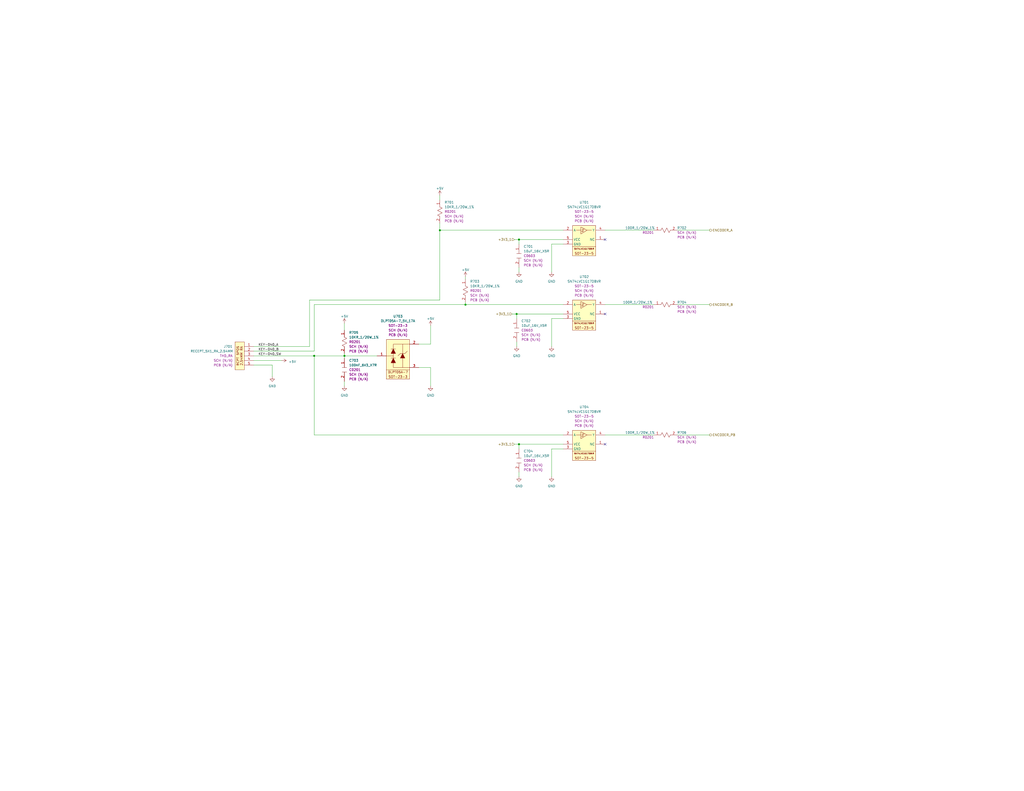
<source format=kicad_sch>
(kicad_sch (version 20230121) (generator eeschema)
  (paper "C")
  (title_block (title "Hot Plate") (date "09/15/2023") (rev "v1.0") (company "Mend0z0") (comment 1 "v1") (comment 2 "RELEASED") (comment 3 "Siavash Taher Parvar") (comment 8 "N/A"))
  (lib_symbols
    (symbol "_SCHLIB_HotPlate:CAP_CER_100nF_6V3_X7R_C0201"
      (property "Reference" "C" (at 2.54 5.08 0))
      (property "Value" "100nF_6V3_X7R" (at 2.54 7.62 0))
      (property "SCH CHECK" "SCH (N/A)" (at 2.54 33.02 0))
      (property "Package" "C0201" (at 2.54 35.56 0))
      (property "PCB CHECk" "PCB (N/A)" (at 2.54 30.48 0))
      (symbol "CAP_CER_100nF_6V3_X7R_C0201_0_0"
        (polyline (pts (xy 5.08 1.27) (xy 5.08 -1.27)))
        (polyline (pts (xy 7.62 1.27) (xy 7.62 -1.27)))
      )
      (symbol "CAP_CER_100nF_6V3_X7R_C0201_1_1"
        (pin passive line (at 0 0 0) (length 5.08) (name "") (number "1"))
        (pin passive line (at 12.7 0 180) (length 5.08) (name "") (number "2"))
      )
    )
    (symbol "_SCHLIB_HotPlate:CAP_CER_10uF_16V_X5R_C0603"
      (property "Reference" "C" (at 2.54 3.81 0))
      (property "Value" "10uF_16V_X5R" (at 2.54 6.35 0))
      (property "SCH CHECK" "SCH (N/A)" (at 2.54 31.75 0))
      (property "Package" "C0603" (at 2.54 34.29 0))
      (property "PCB CHECk" "PCB (N/A)" (at 2.54 29.21 0))
      (symbol "CAP_CER_10uF_16V_X5R_C0603_0_0"
        (polyline (pts (xy 5.08 1.27) (xy 5.08 -1.27)))
        (polyline (pts (xy 7.62 1.27) (xy 7.62 -1.27)))
      )
      (symbol "CAP_CER_10uF_16V_X5R_C0603_1_1"
        (pin passive line (at 0 0 0) (length 5.08) (name "") (number "1"))
        (pin passive line (at 12.7 0 180) (length 5.08) (name "") (number "2"))
      )
    )
    (symbol "_SCHLIB_HotPlate:CONN_RECEPT_5POS_RA_2.54MM"
      (property "Reference" "J" (at 2.54 2.54 0))
      (property "Value" "RECEPT_5X1_RA_2.54MM" (at 2.54 5.08 0))
      (property "SCH CHECK" "SCH (N/A)" (at 2.54 30.48 0))
      (property "Package" "THD_RA" (at 2.54 33.02 0))
      (property "PCB CHECk" "PCB (N/A)" (at 2.54 27.94 0))
      (symbol "CONN_RECEPT_5POS_RA_2.54MM_0_1"
        (rectangle (start 0 0) (end 5.08 -15.24) (fill (type background)))
        (text "RCPT 5POS\n2.54MM RA" (at 2.54 -7.62 900) (effects (font (size 1.27 1.27))))
      )
      (symbol "CONN_RECEPT_5POS_RA_2.54MM_1_1"
        (pin passive line (at -5.08 -2.54 0) (length 5.08) (name "") (number "1"))
        (pin passive line (at -5.08 -5.08 0) (length 5.08) (name "") (number "2"))
        (pin passive line (at -5.08 -7.62 0) (length 5.08) (name "") (number "3"))
        (pin passive line (at -5.08 -10.16 0) (length 5.08) (name "") (number "4"))
        (pin passive line (at -5.08 -12.7 0) (length 5.08) (name "") (number "5"))
      )
    )
    (symbol "_SCHLIB_HotPlate:DIODE_TVS_DLPT05A-7_5V_6V_17A(8/20us)_SOT_23"
      (property "Reference" "U" (at 2.54 3.81 0))
      (property "Value" "DLPT05A-7_5V_17A" (at 2.54 6.35 0))
      (property "SCH CHECK" "SCH (N/A)" (at 2.54 31.75 0))
      (property "Package" "SOT-23-3" (at 2.54 34.29 0))
      (property "PCB CHECk" "PCB (N/A)" (at 2.54 29.21 0))
      (symbol "DIODE_TVS_DLPT05A-7_5V_6V_17A(8/20us)_SOT_23_0_0"
        (text "DLPT05A-7" (at 6.35 -17.78 0) (effects (font (size 1.27 1.27))))
        (text "SOT-23-3" (at 6.35 -20.32 0) (effects (font (size 1.27 1.27))))
      )
      (symbol "DIODE_TVS_DLPT05A-7_5V_6V_17A(8/20us)_SOT_23_0_1"
        (polyline (pts (xy 0 -16.51) (xy 12.7 -16.51)))
        (polyline (pts (xy 7.62 -10.16) (xy 10.16 -10.16)))
        (polyline (pts (xy 8.89 -8.89) (xy 8.89 -10.16)))
        (polyline (pts (xy 8.89 -7.62) (xy 8.89 -8.89)))
        (polyline (pts (xy 10.16 -5.08) (xy 7.62 -5.08)))
        (polyline (pts (xy 12.7 -8.89) (xy 8.89 -8.89)))
        (polyline (pts (xy 0 -2.54) (xy 3.81 -2.54) (xy 3.81 -7.62)))
        (polyline (pts (xy 3.81 -10.16) (xy 3.81 -15.24) (xy 0 -15.24)))
        (polyline (pts (xy 8.89 -12.7) (xy 8.89 -15.24) (xy 3.81 -15.24)))
        (polyline (pts (xy 8.89 -5.08) (xy 8.89 -2.54) (xy 3.81 -2.54)))
        (polyline (pts (xy 2.54 -10.16) (xy 5.08 -10.16) (xy 3.81 -7.62) (xy 2.54 -10.16)) (fill (type outline)))
        (polyline (pts (xy 6.35 -8.89) (xy 5.08 -7.62) (xy 2.54 -7.62) (xy 1.27 -6.35)))
        (polyline (pts (xy 7.62 -12.7) (xy 10.16 -12.7) (xy 8.89 -10.16) (xy 7.62 -12.7)) (fill (type outline)))
        (polyline (pts (xy 7.62 -7.62) (xy 10.16 -7.62) (xy 8.89 -5.08) (xy 7.62 -7.62)) (fill (type outline)))
        (rectangle (start 0 0) (end 12.7 -21.59) (fill (type background)))
      )
      (symbol "DIODE_TVS_DLPT05A-7_5V_6V_17A(8/20us)_SOT_23_1_1"
        (pin passive line (at 17.78 -8.89 180) (length 5.08) (name "") (number "1"))
        (pin passive line (at -5.08 -2.54 0) (length 5.08) (name "") (number "2"))
        (pin passive line (at -5.08 -15.24 0) (length 5.08) (name "") (number "3"))
      )
    )
    (symbol "_SCHLIB_HotPlate:IC_BUFFER_SN74LVC1G17DBVR_NON-INV_5.5V_32mA_SOT-23-5"
      (property "Reference" "U" (at 2.54 3.81 0))
      (property "Value" "SN74LVC1G17DBVR" (at 2.54 6.35 0))
      (property "SCH CHECK" "SCH (N/A)" (at 2.54 31.75 0))
      (property "PCB CHECk" "PCB (N/A)" (at 2.54 29.21 0))
      (property "Package" "SOT-23-5" (at 2.54 34.29 0))
      (symbol "IC_BUFFER_SN74LVC1G17DBVR_NON-INV_5.5V_32mA_SOT-23-5_0_0"
        (text "SN74LVC1G17DBVR" (at 6.35 -12.7 0) (effects (font (size 0.762 0.762))))
        (text "SOT-23-5" (at 6.35 -15.24 0) (effects (font (size 1.27 1.27))))
      )
      (symbol "IC_BUFFER_SN74LVC1G17DBVR_NON-INV_5.5V_32mA_SOT-23-5_0_1"
        (polyline (pts (xy 0 -11.43) (xy 12.7 -11.43)))
        (polyline (pts (xy 4.572 -2.54) (xy 2.032 -2.54)))
        (polyline (pts (xy 7.874 -2.54) (xy 10.414 -2.54)))
        (polyline (pts (xy 5.334 -3.302) (xy 5.842 -3.302) (xy 5.842 -2.032)))
        (polyline (pts (xy 4.572 -0.762) (xy 4.572 -4.572) (xy 7.874 -2.54) (xy 4.572 -0.762)))
        (polyline (pts (xy 6.35 -2.032) (xy 5.334 -2.032) (xy 5.334 -3.302) (xy 4.826 -3.302)))
        (rectangle (start 0 0) (end 12.7 -16.51) (fill (type background)))
      )
      (symbol "IC_BUFFER_SN74LVC1G17DBVR_NON-INV_5.5V_32mA_SOT-23-5_1_1"
        (pin passive line (at 17.78 -7.62 180) (length 5.08) (name "NC") (number "1"))
        (pin passive line (at -5.08 -2.54 0) (length 5.08) (name "A") (number "2"))
        (pin passive line (at -5.08 -10.16 0) (length 5.08) (name "GND") (number "3"))
        (pin passive line (at 17.78 -2.54 180) (length 5.08) (name "Y") (number "4"))
        (pin passive line (at -5.08 -7.62 0) (length 5.08) (name "VCC") (number "5"))
      )
    )
    (symbol "_SCHLIB_HotPlate:RES_100R_1/20W_1%_R0201"
      (property "Reference" "R" (at 2.54 3.81 0))
      (property "Value" "100R_1/20W_1%" (at 2.54 6.35 0))
      (property "SCH CHECK" "SCH (N/A)" (at 2.54 31.75 0))
      (property "Package" "R0201" (at 2.54 34.29 0))
      (property "PCB CHECk" "PCB (N/A)" (at 2.54 29.21 0))
      (symbol "RES_100R_1/20W_1%_R0201_0_0"
        (polyline (pts (xy 3.81 0) (xy 4.445 1.27) (xy 5.715 -1.27) (xy 6.985 1.27) (xy 8.255 -1.27) (xy 8.89 0)))
      )
      (symbol "RES_100R_1/20W_1%_R0201_1_1"
        (pin passive line (at 0 0 0) (length 3.81) (name "") (number "1"))
        (pin passive line (at 12.7 0 180) (length 3.81) (name "") (number "2"))
      )
    )
    (symbol "_SCHLIB_HotPlate:RES_10KR_1/20W_1%_R0201"
      (property "Reference" "R" (at 2.54 5.08 0))
      (property "Value" "10KR_1/20W_1%" (at 2.54 7.62 0))
      (property "SCH CHECK" "SCH (N/A)" (at 2.54 33.02 0))
      (property "Package" "R0201" (at 2.54 35.56 0))
      (property "PCB CHECk" "PCB (N/A)" (at 2.54 30.48 0))
      (symbol "RES_10KR_1/20W_1%_R0201_0_0"
        (polyline (pts (xy 3.81 0) (xy 4.445 1.27) (xy 5.715 -1.27) (xy 6.985 1.27) (xy 8.255 -1.27) (xy 8.89 0)))
      )
      (symbol "RES_10KR_1/20W_1%_R0201_1_1"
        (pin passive line (at 0 0 0) (length 3.81) (name "") (number "1"))
        (pin passive line (at 12.7 0 180) (length 3.81) (name "") (number "2"))
      )
    )
    (symbol "power:+5V" (power) (pin_names (offset 0))
      (property "Value" "+5V" (at 0 3.556 0))
      (symbol "+5V_0_1"
        (polyline (pts (xy -0.762 1.27) (xy 0 2.54)))
        (polyline (pts (xy 0 0) (xy 0 2.54)))
        (polyline (pts (xy 0 2.54) (xy 0.762 1.27)))
      )
      (symbol "+5V_1_1"
        (pin power_in line (at 0 0 90) (length 0) hide (name "+5V") (number "1"))
      )
    )
    (symbol "power:GND" (power) (pin_names (offset 0))
      (property "Value" "GND" (at 0 -3.81 0))
      (symbol "GND_0_1"
        (polyline (pts (xy 0 0) (xy 0 -1.27) (xy 1.27 -1.27) (xy 0 -2.54) (xy -1.27 -1.27) (xy 0 -1.27)))
      )
      (symbol "GND_1_1"
        (pin power_in line (at 0 0 270) (length 0) hide (name "GND") (number "1"))
      )
    )
  )
  (junction (at 254 166.37))
  (junction (at 281.94 171.45))
  (junction (at 171.45 194.31))
  (junction (at 283.21 130.81))
  (junction (at 240.03 125.73))
  (junction (at 283.21 242.57))
  (junction (at 187.96 194.31))
  (no_connect (at 330.2 242.57))
  (no_connect (at 330.2 130.81))
  (no_connect (at 330.2 171.45))
  (wire (pts (xy 283.21 130.81) (xy 307.34 130.81)))
  (wire (pts (xy 307.34 173.99) (xy 300.99 173.99)))
  (wire (pts (xy 254 166.37) (xy 307.34 166.37)))
  (wire (pts (xy 187.96 193.04) (xy 187.96 194.31)))
  (wire (pts (xy 148.59 199.39) (xy 148.59 205.74)))
  (wire (pts (xy 228.6 200.66) (xy 234.95 200.66)))
  (wire (pts (xy 153.67 196.85) (xy 138.43 196.85)))
  (wire (pts (xy 240.03 106.68) (xy 240.03 109.22)))
  (wire (pts (xy 171.45 237.49) (xy 307.34 237.49)))
  (wire (pts (xy 234.95 200.66) (xy 234.95 210.82)))
  (wire (pts (xy 187.96 194.31) (xy 187.96 195.58)))
  (wire (pts (xy 300.99 245.11) (xy 300.99 260.35)))
  (wire (pts (xy 187.96 208.28) (xy 187.96 210.82)))
  (wire (pts (xy 283.21 242.57) (xy 283.21 245.11)))
  (wire (pts (xy 330.2 237.49) (xy 356.87 237.49)))
  (wire (pts (xy 168.91 163.83) (xy 240.03 163.83)))
  (wire (pts (xy 369.57 237.49) (xy 387.35 237.49)))
  (wire (pts (xy 283.21 242.57) (xy 307.34 242.57)))
  (wire (pts (xy 300.99 133.35) (xy 300.99 148.59)))
  (wire (pts (xy 279.4 171.45) (xy 281.94 171.45)))
  (wire (pts (xy 171.45 191.77) (xy 171.45 166.37)))
  (wire (pts (xy 234.95 177.8) (xy 234.95 187.96)))
  (wire (pts (xy 369.57 125.73) (xy 387.35 125.73)))
  (wire (pts (xy 330.2 166.37) (xy 356.87 166.37)))
  (wire (pts (xy 138.43 189.23) (xy 168.91 189.23)))
  (wire (pts (xy 240.03 163.83) (xy 240.03 125.73)))
  (wire (pts (xy 283.21 148.59) (xy 283.21 146.05)))
  (wire (pts (xy 369.57 166.37) (xy 387.35 166.37)))
  (wire (pts (xy 171.45 194.31) (xy 171.45 237.49)))
  (wire (pts (xy 281.94 189.23) (xy 281.94 186.69)))
  (wire (pts (xy 280.67 242.57) (xy 283.21 242.57)))
  (wire (pts (xy 168.91 189.23) (xy 168.91 163.83)))
  (wire (pts (xy 234.95 187.96) (xy 228.6 187.96)))
  (wire (pts (xy 240.03 125.73) (xy 307.34 125.73)))
  (wire (pts (xy 240.03 121.92) (xy 240.03 125.73)))
  (wire (pts (xy 307.34 133.35) (xy 300.99 133.35)))
  (wire (pts (xy 300.99 173.99) (xy 300.99 189.23)))
  (wire (pts (xy 283.21 130.81) (xy 283.21 133.35)))
  (wire (pts (xy 187.96 194.31) (xy 205.74 194.31)))
  (wire (pts (xy 254 165.1) (xy 254 166.37)))
  (wire (pts (xy 138.43 191.77) (xy 171.45 191.77)))
  (wire (pts (xy 330.2 125.73) (xy 356.87 125.73)))
  (wire (pts (xy 138.43 194.31) (xy 171.45 194.31)))
  (wire (pts (xy 171.45 194.31) (xy 187.96 194.31)))
  (wire (pts (xy 171.45 166.37) (xy 254 166.37)))
  (wire (pts (xy 281.94 171.45) (xy 307.34 171.45)))
  (wire (pts (xy 307.34 245.11) (xy 300.99 245.11)))
  (wire (pts (xy 254 151.13) (xy 254 152.4)))
  (wire (pts (xy 280.67 130.81) (xy 283.21 130.81)))
  (wire (pts (xy 281.94 171.45) (xy 281.94 173.99)))
  (wire (pts (xy 187.96 176.53) (xy 187.96 180.34)))
  (wire (pts (xy 283.21 260.35) (xy 283.21 257.81)))
  (wire (pts (xy 138.43 199.39) (xy 148.59 199.39)))
  (label "KEY-040_B" (at 140.97 191.77 0))
  (label "KEY-040_A" (at 140.97 189.23 0))
  (label "KEY-040_SW" (at 140.97 194.31 0))
  (hierarchical_label "+3V3_1" (shape input) (at 280.67 130.81 180))
  (hierarchical_label "ENCODER_B" (shape output) (at 387.35 166.37 0))
  (hierarchical_label "+3V3_1" (shape input) (at 279.4 171.45 180))
  (hierarchical_label "ENCODER_A" (shape output) (at 387.35 125.73 0))
  (hierarchical_label "ENCODER_PB" (shape output) (at 387.35 237.49 0))
  (hierarchical_label "+3V3_1" (shape input) (at 280.67 242.57 180))
  (symbol (lib_id "_SCHLIB_HotPlate:RES_10KR_1/20W_1%_R0201") (at 187.96 180.34 270) (unit 1)
    (property "Reference" "R705" (at 190.5 181.61 90) (effects (justify left)))
    (property "Value" "10KR_1/20W_1%" (at 190.5 184.15 90) (effects (justify left)))
    (property "Footprint" "Resistor_SMD:R_0201_0603Metric" (effects hide))
    (property "Datasheet" "https://www.seielect.com/Catalog/SEI-RMCF_RMCP.pdf" (effects hide))
    (property "Description" "10 kOhms ±1% 0.05W, 1/20W Chip Resistor 0201 (0603 Metric) Thick Film" (effects hide))
    (property "Link" "https://www.digikey.ca/en/products/detail/stackpole-electronics-inc/RMCF0201FT10K0/1714990" (effects hide))
    (property "SCH CHECK" "SCH (N/A)" (at 190.5 189.23 90) (effects (justify left)))
    (property "Package" "R0201" (at 190.5 186.69 90) (effects (justify left)))
    (property "Part Number (Manufacturer)" "RMCF0201FT10K0" (effects hide))
    (property "Manufacturer" "Stackpole Electronics Inc" (effects hide))
    (property "Part Number (Vendor)" "RMCF0201FT10K0TR-ND" (effects hide))
    (property "Vendor" "Digikey" (effects hide))
    (property "PCB CHECk" "PCB (N/A)" (at 190.5 191.77 90) (effects (justify left)))
  )
  (symbol (lib_id "_SCHLIB_HotPlate:IC_BUFFER_SN74LVC1G17DBVR_NON-INV_5.5V_32mA_SOT-23-5") (at 312.42 234.95 0) (unit 1)
    (property "Reference" "U704" (at 318.77 222.25 0))
    (property "Value" "SN74LVC1G17DBVR" (at 318.77 224.79 0))
    (property "Footprint" "Package_TO_SOT_SMD:SOT-23-5" (effects hide))
    (property "Datasheet" "https://www.ti.com/general/docs/suppproductinfo.tsp?distId=10&gotoUrl=https%3A%2F%2Fwww.ti.com%2Flit%2Fgpn%2Fsn74lvc1g17" (effects hide))
    (property "Description" "Buffer, Non-Inverting 1 Element 1 Bit per Element Push-Pull Output SOT-23-5" (effects hide))
    (property "Link" "https://www.digikey.ca/en/products/detail/texas-instruments/SN74LVC1G17DBVR/389051" (effects hide))
    (property "SCH CHECK" "SCH (N/A)" (at 318.77 229.87 0))
    (property "Part Number (Manufacturer)" "SN74LVC1G17DBVR" (effects hide))
    (property "Manufacturer" "Texas Instruments" (effects hide))
    (property "Part Number (Vendor)" "296-11933-2-ND" (effects hide))
    (property "Vendor" "Digikey" (effects hide))
    (property "PCB CHECk" "PCB (N/A)" (at 318.77 232.41 0))
    (property "Package" "SOT-23-5" (at 318.77 227.33 0))
  )
  (symbol (lib_id "_SCHLIB_HotPlate:IC_BUFFER_SN74LVC1G17DBVR_NON-INV_5.5V_32mA_SOT-23-5") (at 312.42 123.19 0) (unit 1)
    (property "Reference" "U701" (at 318.77 110.49 0))
    (property "Value" "SN74LVC1G17DBVR" (at 318.77 113.03 0))
    (property "Footprint" "Package_TO_SOT_SMD:SOT-23-5" (effects hide))
    (property "Datasheet" "https://www.ti.com/general/docs/suppproductinfo.tsp?distId=10&gotoUrl=https%3A%2F%2Fwww.ti.com%2Flit%2Fgpn%2Fsn74lvc1g17" (effects hide))
    (property "Description" "Buffer, Non-Inverting 1 Element 1 Bit per Element Push-Pull Output SOT-23-5" (effects hide))
    (property "Link" "https://www.digikey.ca/en/products/detail/texas-instruments/SN74LVC1G17DBVR/389051" (effects hide))
    (property "SCH CHECK" "SCH (N/A)" (at 318.77 118.11 0))
    (property "Part Number (Manufacturer)" "SN74LVC1G17DBVR" (effects hide))
    (property "Manufacturer" "Texas Instruments" (effects hide))
    (property "Part Number (Vendor)" "296-11933-2-ND" (effects hide))
    (property "Vendor" "Digikey" (effects hide))
    (property "PCB CHECk" "PCB (N/A)" (at 318.77 120.65 0))
    (property "Package" "SOT-23-5" (at 318.77 115.57 0))
  )
  (symbol (lib_id "power:GND") (at 300.99 260.35 0) (unit 1)
    (property "Reference" "#PWR0714" (effects hide))
    (property "Value" "GND" (at 300.99 265.43 0))
  )
  (symbol (lib_id "_SCHLIB_HotPlate:CAP_CER_100nF_6V3_X7R_C0201") (at 187.96 195.58 270) (unit 1)
    (property "Reference" "C703" (at 190.5 196.85 90) (effects (justify left)))
    (property "Value" "100nF_6V3_X7R" (at 190.5 199.39 90) (effects (justify left)))
    (property "Footprint" "Capacitor_SMD:C_0201_0603Metric" (effects hide))
    (property "Datasheet" "https://www.yageo.com/upload/media/product/productsearch/datasheet/mlcc/UPY-GPHC_X7R_6.3V-to-250V_22.pdf" (effects hide))
    (property "Description" "0.1 µF ±10% 6.3V Ceramic Capacitor X7R 0201 (0603 Metric)" (effects hide))
    (property "Link" "https://www.digikey.ca/en/products/detail/yageo/CC0201KRX7R5BB104/12698853" (effects hide))
    (property "SCH CHECK" "SCH (N/A)" (at 190.5 204.47 90) (effects (justify left)))
    (property "Package" "C0201" (at 190.5 201.93 90) (effects (justify left)))
    (property "Part Number (Manufacturer)" "CC0201KRX7R5BB104" (effects hide))
    (property "Manufacturer" "YAGEO" (effects hide))
    (property "Part Number (Vendor)" "13-CC0201KRX7R5BB104TR-ND" (effects hide))
    (property "Vendor" "Digikey" (effects hide))
    (property "PCB CHECk" "PCB (N/A)" (at 190.5 207.01 90) (effects (justify left)))
  )
  (symbol (lib_id "power:GND") (at 148.59 205.74 0) (unit 1)
    (property "Reference" "#PWR0710" (effects hide))
    (property "Value" "GND" (at 148.59 210.82 0))
  )
  (symbol (lib_id "_SCHLIB_HotPlate:DIODE_TVS_DLPT05A-7_5V_6V_17A(8/20us)_SOT_23") (at 223.52 185.42 0) (mirror y) (unit 1)
    (property "Reference" "U703" (at 217.17 172.72 0))
    (property "Value" "DLPT05A-7_5V_17A" (at 217.17 175.26 0))
    (property "Footprint" "Package_TO_SOT_SMD:SOT-23" (effects hide))
    (property "Datasheet" "https://mm.digikey.com/Volume0/opasdata/d220001/medias/docus/4176/DLPT05A_Rev2-2_Nov2022.pdf" (effects hide))
    (property "Description" "9.8V Clamp 17A (8/20µs) Ipp Tvs Diode Surface Mount SOT-23-3" (effects hide))
    (property "Link" "https://www.digikey.ca/en/products/detail/diodes-incorporated/DLPT05A-7/17050612" (effects hide))
    (property "SCH CHECK" "SCH (N/A)" (at 217.17 180.34 0))
    (property "Part Number (Manufacturer)" "DLPT05A-7" (effects hide))
    (property "Package" "SOT-23-3" (at 217.17 177.8 0))
    (property "Manufacturer" "Diodes Incorporated" (effects hide))
    (property "Part Number (Vendor)" "31-DLPT05A-7TR-ND" (effects hide))
    (property "Vendor" "Digikey" (effects hide))
    (property "PCB CHECk" "PCB (N/A)" (at 217.17 182.88 0))
  )
  (symbol (lib_id "power:+5V") (at 187.96 176.53 0) (unit 1)
    (property "Reference" "#PWR0705" (effects hide))
    (property "Value" "+5V" (at 187.96 172.72 0))
  )
  (symbol (lib_id "_SCHLIB_HotPlate:RES_100R_1/20W_1%_R0201") (at 356.87 237.49 0) (unit 1)
    (property "Reference" "R706" (at 372.11 236.22 0))
    (property "Value" "100R_1/20W_1%" (at 349.25 236.22 0))
    (property "Footprint" "Resistor_SMD:R_0201_0603Metric" (effects hide))
    (property "Datasheet" "https://www.seielect.com/Catalog/SEI-RMCF_RMCP.pdf" (effects hide))
    (property "Description" "100 Ohms ±1% 0.05W, 1/20W Chip Resistor 0201 (0603 Metric) Thick Film" (effects hide))
    (property "Link" "https://www.digikey.ca/en/products/detail/stackpole-electronics-inc/RMCF0201FT100R/1714988" (effects hide))
    (property "SCH CHECK" "SCH (N/A)" (at 369.57 238.76 0) (effects (justify left)))
    (property "Package" "R0201" (at 350.52 238.76 0) (effects (justify left)))
    (property "Part Number (Manufacturer)" "RMCF0201FT100R" (effects hide))
    (property "Manufacturer" "Stackpole Electronics Inc" (effects hide))
    (property "Part Number (Vendor)" "RMCF0201FT100RTR-ND" (effects hide))
    (property "Vendor" "Digikey" (effects hide))
    (property "PCB CHECk" "PCB (N/A)" (at 369.57 241.3 0) (effects (justify left)))
  )
  (symbol (lib_id "_SCHLIB_HotPlate:CAP_CER_10uF_16V_X5R_C0603") (at 283.21 245.11 270) (unit 1)
    (property "Reference" "C704" (at 285.75 246.38 90) (effects (justify left)))
    (property "Value" "10uF_16V_X5R" (at 285.75 248.92 90) (effects (justify left)))
    (property "Footprint" "Capacitor_SMD:C_0603_1608Metric" (effects hide))
    (property "Datasheet" "https://search.murata.co.jp/Ceramy/image/img/A01X/G101/ENG/GRT188R61C106KE13-01.pdf" (effects hide))
    (property "Description" "10 µF ±10% 16V Ceramic Capacitor X5R 0603 (1608 Metric)" (effects hide))
    (property "Link" "https://www.digikey.ca/en/products/detail/murata-electronics/GRT188R61C106KE13J/13904802" (effects hide))
    (property "SCH CHECK" "SCH (N/A)" (at 285.75 254 90) (effects (justify left)))
    (property "Package" "C0603" (at 285.75 251.46 90) (effects (justify left)))
    (property "Part Number (Manufacturer)" "GRT188R61C106KE13J" (effects hide))
    (property "Manufacturer" "Murata Electronics" (effects hide))
    (property "Part Number (Vendor)" "490-GRT188R61C106KE13JTR-ND" (effects hide))
    (property "Vendor" "Digikey" (effects hide))
    (property "PCB CHECk" "PCB (N/A)" (at 285.75 256.54 90) (effects (justify left)))
  )
  (symbol (lib_id "_SCHLIB_HotPlate:RES_10KR_1/20W_1%_R0201") (at 240.03 109.22 270) (unit 1)
    (property "Reference" "R701" (at 242.57 110.49 90) (effects (justify left)))
    (property "Value" "10KR_1/20W_1%" (at 242.57 113.03 90) (effects (justify left)))
    (property "Footprint" "Resistor_SMD:R_0201_0603Metric" (effects hide))
    (property "Datasheet" "https://www.seielect.com/Catalog/SEI-RMCF_RMCP.pdf" (effects hide))
    (property "Description" "10 kOhms ±1% 0.05W, 1/20W Chip Resistor 0201 (0603 Metric) Thick Film" (effects hide))
    (property "Link" "https://www.digikey.ca/en/products/detail/stackpole-electronics-inc/RMCF0201FT10K0/1714990" (effects hide))
    (property "SCH CHECK" "SCH (N/A)" (at 242.57 118.11 90) (effects (justify left)))
    (property "Package" "R0201" (at 242.57 115.57 90) (effects (justify left)))
    (property "Part Number (Manufacturer)" "RMCF0201FT10K0" (effects hide))
    (property "Manufacturer" "Stackpole Electronics Inc" (effects hide))
    (property "Part Number (Vendor)" "RMCF0201FT10K0TR-ND" (effects hide))
    (property "Vendor" "Digikey" (effects hide))
    (property "PCB CHECk" "PCB (N/A)" (at 242.57 120.65 90) (effects (justify left)))
  )
  (symbol (lib_id "power:+5V") (at 234.95 177.8 0) (unit 1)
    (property "Reference" "#PWR0706" (effects hide))
    (property "Value" "+5V" (at 234.95 173.99 0))
  )
  (symbol (lib_id "power:GND") (at 283.21 148.59 0) (unit 1)
    (property "Reference" "#PWR0702" (effects hide))
    (property "Value" "GND" (at 283.21 153.67 0))
  )
  (symbol (lib_id "power:+5V") (at 153.67 196.85 270) (unit 1)
    (property "Reference" "#PWR0709" (effects hide))
    (property "Value" "+5V" (at 157.48 197.485 90) (effects (justify left)))
  )
  (symbol (lib_id "_SCHLIB_HotPlate:CAP_CER_10uF_16V_X5R_C0603") (at 281.94 173.99 270) (unit 1)
    (property "Reference" "C702" (at 284.48 175.26 90) (effects (justify left)))
    (property "Value" "10uF_16V_X5R" (at 284.48 177.8 90) (effects (justify left)))
    (property "Footprint" "Capacitor_SMD:C_0603_1608Metric" (effects hide))
    (property "Datasheet" "https://search.murata.co.jp/Ceramy/image/img/A01X/G101/ENG/GRT188R61C106KE13-01.pdf" (effects hide))
    (property "Description" "10 µF ±10% 16V Ceramic Capacitor X5R 0603 (1608 Metric)" (effects hide))
    (property "Link" "https://www.digikey.ca/en/products/detail/murata-electronics/GRT188R61C106KE13J/13904802" (effects hide))
    (property "SCH CHECK" "SCH (N/A)" (at 284.48 182.88 90) (effects (justify left)))
    (property "Package" "C0603" (at 284.48 180.34 90) (effects (justify left)))
    (property "Part Number (Manufacturer)" "GRT188R61C106KE13J" (effects hide))
    (property "Manufacturer" "Murata Electronics" (effects hide))
    (property "Part Number (Vendor)" "490-GRT188R61C106KE13JTR-ND" (effects hide))
    (property "Vendor" "Digikey" (effects hide))
    (property "PCB CHECk" "PCB (N/A)" (at 284.48 185.42 90) (effects (justify left)))
  )
  (symbol (lib_id "_SCHLIB_HotPlate:CAP_CER_10uF_16V_X5R_C0603") (at 283.21 133.35 270) (unit 1)
    (property "Reference" "C701" (at 285.75 134.62 90) (effects (justify left)))
    (property "Value" "10uF_16V_X5R" (at 285.75 137.16 90) (effects (justify left)))
    (property "Footprint" "Capacitor_SMD:C_0603_1608Metric" (effects hide))
    (property "Datasheet" "https://search.murata.co.jp/Ceramy/image/img/A01X/G101/ENG/GRT188R61C106KE13-01.pdf" (effects hide))
    (property "Description" "10 µF ±10% 16V Ceramic Capacitor X5R 0603 (1608 Metric)" (effects hide))
    (property "Link" "https://www.digikey.ca/en/products/detail/murata-electronics/GRT188R61C106KE13J/13904802" (effects hide))
    (property "SCH CHECK" "SCH (N/A)" (at 285.75 142.24 90) (effects (justify left)))
    (property "Package" "C0603" (at 285.75 139.7 90) (effects (justify left)))
    (property "Part Number (Manufacturer)" "GRT188R61C106KE13J" (effects hide))
    (property "Manufacturer" "Murata Electronics" (effects hide))
    (property "Part Number (Vendor)" "490-GRT188R61C106KE13JTR-ND" (effects hide))
    (property "Vendor" "Digikey" (effects hide))
    (property "PCB CHECk" "PCB (N/A)" (at 285.75 144.78 90) (effects (justify left)))
  )
  (symbol (lib_id "power:+5V") (at 254 151.13 0) (unit 1)
    (property "Reference" "#PWR0704" (effects hide))
    (property "Value" "+5V" (at 254 147.32 0))
  )
  (symbol (lib_id "_SCHLIB_HotPlate:RES_100R_1/20W_1%_R0201") (at 356.87 166.37 0) (unit 1)
    (property "Reference" "R704" (at 372.11 165.1 0))
    (property "Value" "100R_1/20W_1%" (at 347.98 165.1 0))
    (property "Footprint" "Resistor_SMD:R_0201_0603Metric" (effects hide))
    (property "Datasheet" "https://www.seielect.com/Catalog/SEI-RMCF_RMCP.pdf" (effects hide))
    (property "Description" "100 Ohms ±1% 0.05W, 1/20W Chip Resistor 0201 (0603 Metric) Thick Film" (effects hide))
    (property "Link" "https://www.digikey.ca/en/products/detail/stackpole-electronics-inc/RMCF0201FT100R/1714988" (effects hide))
    (property "SCH CHECK" "SCH (N/A)" (at 369.57 167.64 0) (effects (justify left)))
    (property "Package" "R0201" (at 350.52 167.64 0) (effects (justify left)))
    (property "Part Number (Manufacturer)" "RMCF0201FT100R" (effects hide))
    (property "Manufacturer" "Stackpole Electronics Inc" (effects hide))
    (property "Part Number (Vendor)" "RMCF0201FT100RTR-ND" (effects hide))
    (property "Vendor" "Digikey" (effects hide))
    (property "PCB CHECk" "PCB (N/A)" (at 369.57 170.18 0) (effects (justify left)))
  )
  (symbol (lib_id "power:GND") (at 283.21 260.35 0) (unit 1)
    (property "Reference" "#PWR0713" (effects hide))
    (property "Value" "GND" (at 283.21 265.43 0))
  )
  (symbol (lib_id "power:GND") (at 300.99 148.59 0) (unit 1)
    (property "Reference" "#PWR0703" (effects hide))
    (property "Value" "GND" (at 300.99 153.67 0))
  )
  (symbol (lib_id "power:+5V") (at 240.03 106.68 0) (unit 1)
    (property "Reference" "#PWR0701" (effects hide))
    (property "Value" "+5V" (at 240.03 102.87 0))
  )
  (symbol (lib_id "_SCHLIB_HotPlate:CONN_RECEPT_5POS_RA_2.54MM") (at 133.35 186.69 0) (mirror y) (unit 1)
    (property "Reference" "J701" (at 124.46 189.23 0))
    (property "Value" "RECEPT_5X1_RA_2.54MM" (at 115.57 191.77 0))
    (property "Footprint" "Connector_PinSocket_2.54mm:PinSocket_1x05_P2.54mm_Horizontal" (effects hide))
    (property "Datasheet" "http://mm.digikey.com/Volume0/opasdata/d220001/medias/docus/937/Female_Headers.100_DS.pdf" (effects hide))
    (property "Description" "5 Position Header Connector 0.100\" (2.54mm) Through Hole, Right Angle Tin" (effects hide))
    (property "Link" "https://www.digikey.ca/en/products/detail/sullins-connector-solutions/PPTC051LGBN-RC/775899" (effects hide))
    (property "SCH CHECK" "SCH (N/A)" (at 127 196.85 0) (effects (justify left)))
    (property "Part Number (Manufacturer)" "PPTC051LGBN-RC" (effects hide))
    (property "Package" "THD_RA" (at 127 194.31 0) (effects (justify left)))
    (property "Manufacturer" "Sullins Connector Solutions" (effects hide))
    (property "Part Number (Vendor)" "S5441-ND" (effects hide))
    (property "Vendor" "Digikey" (effects hide))
    (property "PCB CHECk" "PCB (N/A)" (at 127 199.39 0) (effects (justify left)))
  )
  (symbol (lib_id "power:GND") (at 187.96 210.82 0) (unit 1)
    (property "Reference" "#PWR0711" (effects hide))
    (property "Value" "GND" (at 187.96 215.9 0))
  )
  (symbol (lib_id "power:GND") (at 281.94 189.23 0) (unit 1)
    (property "Reference" "#PWR0707" (effects hide))
    (property "Value" "GND" (at 281.94 194.31 0))
  )
  (symbol (lib_id "_SCHLIB_HotPlate:IC_BUFFER_SN74LVC1G17DBVR_NON-INV_5.5V_32mA_SOT-23-5") (at 312.42 163.83 0) (unit 1)
    (property "Reference" "U702" (at 318.77 151.13 0))
    (property "Value" "SN74LVC1G17DBVR" (at 318.77 153.67 0))
    (property "Footprint" "Package_TO_SOT_SMD:SOT-23-5" (effects hide))
    (property "Datasheet" "https://www.ti.com/general/docs/suppproductinfo.tsp?distId=10&gotoUrl=https%3A%2F%2Fwww.ti.com%2Flit%2Fgpn%2Fsn74lvc1g17" (effects hide))
    (property "Description" "Buffer, Non-Inverting 1 Element 1 Bit per Element Push-Pull Output SOT-23-5" (effects hide))
    (property "Link" "https://www.digikey.ca/en/products/detail/texas-instruments/SN74LVC1G17DBVR/389051" (effects hide))
    (property "SCH CHECK" "SCH (N/A)" (at 318.77 158.75 0))
    (property "Part Number (Manufacturer)" "SN74LVC1G17DBVR" (effects hide))
    (property "Manufacturer" "Texas Instruments" (effects hide))
    (property "Part Number (Vendor)" "296-11933-2-ND" (effects hide))
    (property "Vendor" "Digikey" (effects hide))
    (property "PCB CHECk" "PCB (N/A)" (at 318.77 161.29 0))
    (property "Package" "SOT-23-5" (at 318.77 156.21 0))
  )
  (symbol (lib_id "_SCHLIB_HotPlate:RES_10KR_1/20W_1%_R0201") (at 254 152.4 270) (unit 1)
    (property "Reference" "R703" (at 256.54 153.67 90) (effects (justify left)))
    (property "Value" "10KR_1/20W_1%" (at 256.54 156.21 90) (effects (justify left)))
    (property "Footprint" "Resistor_SMD:R_0201_0603Metric" (effects hide))
    (property "Datasheet" "https://www.seielect.com/Catalog/SEI-RMCF_RMCP.pdf" (effects hide))
    (property "Description" "10 kOhms ±1% 0.05W, 1/20W Chip Resistor 0201 (0603 Metric) Thick Film" (effects hide))
    (property "Link" "https://www.digikey.ca/en/products/detail/stackpole-electronics-inc/RMCF0201FT10K0/1714990" (effects hide))
    (property "SCH CHECK" "SCH (N/A)" (at 256.54 161.29 90) (effects (justify left)))
    (property "Package" "R0201" (at 256.54 158.75 90) (effects (justify left)))
    (property "Part Number (Manufacturer)" "RMCF0201FT10K0" (effects hide))
    (property "Manufacturer" "Stackpole Electronics Inc" (effects hide))
    (property "Part Number (Vendor)" "RMCF0201FT10K0TR-ND" (effects hide))
    (property "Vendor" "Digikey" (effects hide))
    (property "PCB CHECk" "PCB (N/A)" (at 256.54 163.83 90) (effects (justify left)))
  )
  (symbol (lib_id "power:GND") (at 300.99 189.23 0) (unit 1)
    (property "Reference" "#PWR0708" (effects hide))
    (property "Value" "GND" (at 300.99 194.31 0))
  )
  (symbol (lib_id "_SCHLIB_HotPlate:RES_100R_1/20W_1%_R0201") (at 356.87 125.73 0) (unit 1)
    (property "Reference" "R702" (at 372.11 124.46 0))
    (property "Value" "100R_1/20W_1%" (at 349.25 124.46 0))
    (property "Footprint" "Resistor_SMD:R_0201_0603Metric" (effects hide))
    (property "Datasheet" "https://www.seielect.com/Catalog/SEI-RMCF_RMCP.pdf" (effects hide))
    (property "Description" "100 Ohms ±1% 0.05W, 1/20W Chip Resistor 0201 (0603 Metric) Thick Film" (effects hide))
    (property "Link" "https://www.digikey.ca/en/products/detail/stackpole-electronics-inc/RMCF0201FT100R/1714988" (effects hide))
    (property "SCH CHECK" "SCH (N/A)" (at 369.57 127 0) (effects (justify left)))
    (property "Package" "R0201" (at 350.52 127 0) (effects (justify left)))
    (property "Part Number (Manufacturer)" "RMCF0201FT100R" (effects hide))
    (property "Manufacturer" "Stackpole Electronics Inc" (effects hide))
    (property "Part Number (Vendor)" "RMCF0201FT100RTR-ND" (effects hide))
    (property "Vendor" "Digikey" (effects hide))
    (property "PCB CHECk" "PCB (N/A)" (at 369.57 129.54 0) (effects (justify left)))
  )
  (symbol (lib_id "power:GND") (at 234.95 210.82 0) (unit 1)
    (property "Reference" "#PWR0712" (effects hide))
    (property "Value" "GND" (at 234.95 215.9 0))
  )
)
</source>
